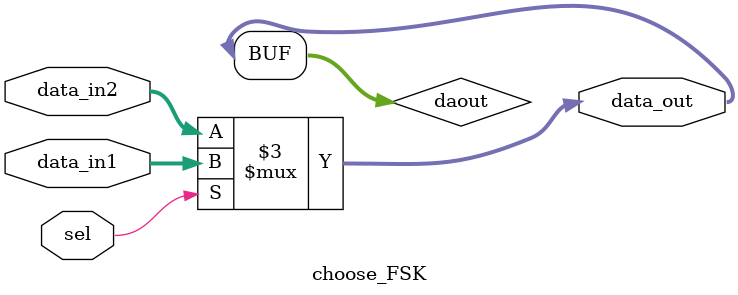
<source format=v>
module choose_FSK(
	input [7:0]data_in1,
	input [7:0]data_in2,
	input sel,
	output [7:0]data_out
);

reg[7:0]daout;

always @(sel)
begin
	if(sel)
		daout <= data_in1;
	else 
		daout <= data_in2;
end

assign data_out = daout;

endmodule
</source>
